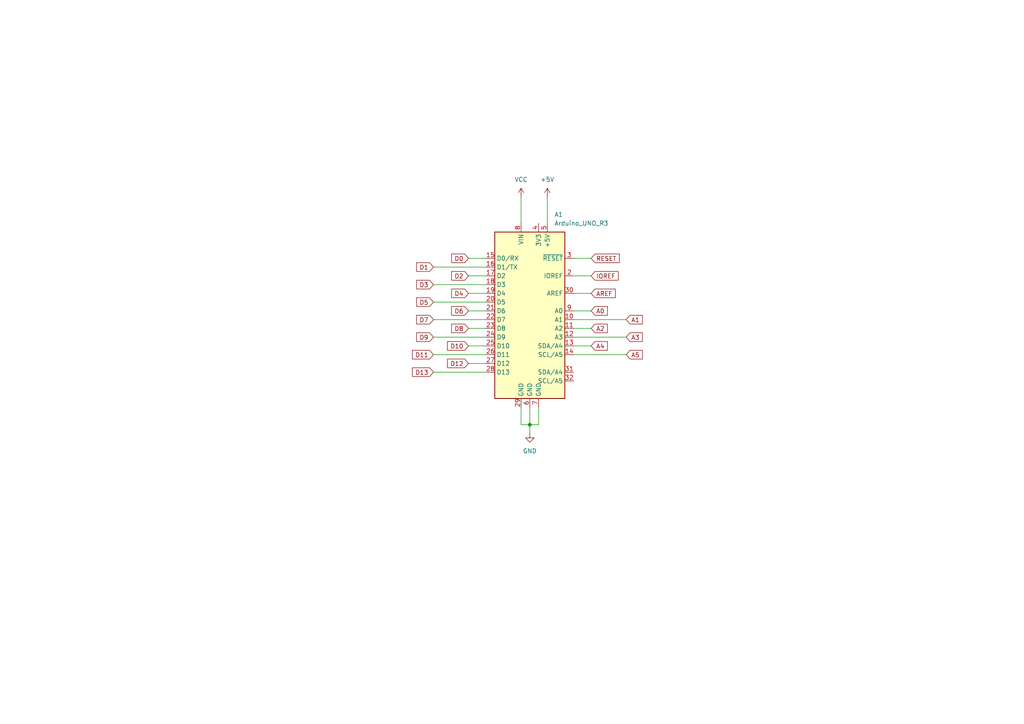
<source format=kicad_sch>
(kicad_sch (version 20211123) (generator eeschema)
  (paper "A4")
  (title_block (title "ardWaveformGenerator-AG") (date "2022-09-10") (rev "0.1"))
  (lib_symbols
    (symbol "MCU_Module:Arduino_UNO_R3"
      (property "Reference" "A" (at -10.16 23.495 0))
      (property "Value" "Arduino_UNO_R3" (at 5.08 -26.67 0))
      (symbol "Arduino_UNO_R3_0_1"
        (rectangle (start -10.16 22.86) (end 10.16 -25.4) (stroke (width 0.254)) (fill (type background)))
      )
      (symbol "Arduino_UNO_R3_1_1"
        (pin no_connect line (at -10.16 -20.32 0) (length 2.54) hide (name "NC") (number "1"))
        (pin bidirectional line (at 12.7 -2.54 180) (length 2.54) (name "A1") (number "10"))
        (pin bidirectional line (at 12.7 -5.08 180) (length 2.54) (name "A2") (number "11"))
        (pin bidirectional line (at 12.7 -7.62 180) (length 2.54) (name "A3") (number "12"))
        (pin bidirectional line (at 12.7 -10.16 180) (length 2.54) (name "SDA/A4") (number "13"))
        (pin bidirectional line (at 12.7 -12.7 180) (length 2.54) (name "SCL/A5") (number "14"))
        (pin bidirectional line (at -12.7 15.24 0) (length 2.54) (name "D0/RX") (number "15"))
        (pin bidirectional line (at -12.7 12.7 0) (length 2.54) (name "D1/TX") (number "16"))
        (pin bidirectional line (at -12.7 10.16 0) (length 2.54) (name "D2") (number "17"))
        (pin bidirectional line (at -12.7 7.62 0) (length 2.54) (name "D3") (number "18"))
        (pin bidirectional line (at -12.7 5.08 0) (length 2.54) (name "D4") (number "19"))
        (pin output line (at 12.7 10.16 180) (length 2.54) (name "IOREF") (number "2"))
        (pin bidirectional line (at -12.7 2.54 0) (length 2.54) (name "D5") (number "20"))
        (pin bidirectional line (at -12.7 0 0) (length 2.54) (name "D6") (number "21"))
        (pin bidirectional line (at -12.7 -2.54 0) (length 2.54) (name "D7") (number "22"))
        (pin bidirectional line (at -12.7 -5.08 0) (length 2.54) (name "D8") (number "23"))
        (pin bidirectional line (at -12.7 -7.62 0) (length 2.54) (name "D9") (number "24"))
        (pin bidirectional line (at -12.7 -10.16 0) (length 2.54) (name "D10") (number "25"))
        (pin bidirectional line (at -12.7 -12.7 0) (length 2.54) (name "D11") (number "26"))
        (pin bidirectional line (at -12.7 -15.24 0) (length 2.54) (name "D12") (number "27"))
        (pin bidirectional line (at -12.7 -17.78 0) (length 2.54) (name "D13") (number "28"))
        (pin power_in line (at -2.54 -27.94 90) (length 2.54) (name "GND") (number "29"))
        (pin input line (at 12.7 15.24 180) (length 2.54) (name "~{RESET}") (number "3"))
        (pin input line (at 12.7 5.08 180) (length 2.54) (name "AREF") (number "30"))
        (pin bidirectional line (at 12.7 -17.78 180) (length 2.54) (name "SDA/A4") (number "31"))
        (pin bidirectional line (at 12.7 -20.32 180) (length 2.54) (name "SCL/A5") (number "32"))
        (pin power_out line (at 2.54 25.4 270) (length 2.54) (name "3V3") (number "4"))
        (pin power_out line (at 5.08 25.4 270) (length 2.54) (name "+5V") (number "5"))
        (pin power_in line (at 0 -27.94 90) (length 2.54) (name "GND") (number "6"))
        (pin power_in line (at 2.54 -27.94 90) (length 2.54) (name "GND") (number "7"))
        (pin power_in line (at -2.54 25.4 270) (length 2.54) (name "VIN") (number "8"))
        (pin bidirectional line (at 12.7 0 180) (length 2.54) (name "A0") (number "9"))
      )
    )
    (symbol "power:+5V" (power) (pin_names (offset 0))
      (property "Value" "+5V" (at 0 3.556 0))
      (symbol "+5V_0_1"
        (polyline (pts (xy -0.762 1.27) (xy 0 2.54)))
        (polyline (pts (xy 0 0) (xy 0 2.54)))
        (polyline (pts (xy 0 2.54) (xy 0.762 1.27)))
      )
      (symbol "+5V_1_1"
        (pin power_in line (at 0 0 90) (length 0) hide (name "+5V") (number "1"))
      )
    )
    (symbol "power:GND" (power) (pin_names (offset 0))
      (property "Value" "GND" (at 0 -3.81 0))
      (symbol "GND_0_1"
        (polyline (pts (xy 0 0) (xy 0 -1.27) (xy 1.27 -1.27) (xy 0 -2.54) (xy -1.27 -1.27) (xy 0 -1.27)))
      )
      (symbol "GND_1_1"
        (pin power_in line (at 0 0 270) (length 0) hide (name "GND") (number "1"))
      )
    )
    (symbol "power:VCC" (power) (pin_names (offset 0))
      (property "Value" "VCC" (at 0 3.81 0))
      (symbol "VCC_0_1"
        (polyline (pts (xy -0.762 1.27) (xy 0 2.54)))
        (polyline (pts (xy 0 0) (xy 0 2.54)))
        (polyline (pts (xy 0 2.54) (xy 0.762 1.27)))
      )
      (symbol "VCC_1_1"
        (pin power_in line (at 0 0 90) (length 0) hide (name "VCC") (number "1"))
      )
    )
  )
  (junction (at 153.67 123.19))
  (wire (pts (xy 166.37 85.09) (xy 171.45 85.09)))
  (wire (pts (xy 125.73 87.63) (xy 140.97 87.63)))
  (wire (pts (xy 125.73 82.55) (xy 140.97 82.55)))
  (wire (pts (xy 135.89 90.17) (xy 140.97 90.17)))
  (wire (pts (xy 166.37 92.71) (xy 181.61 92.71)))
  (wire (pts (xy 135.89 95.25) (xy 140.97 95.25)))
  (wire (pts (xy 166.37 97.79) (xy 181.61 97.79)))
  (wire (pts (xy 166.37 74.93) (xy 171.45 74.93)))
  (wire (pts (xy 166.37 90.17) (xy 171.45 90.17)))
  (wire (pts (xy 153.67 123.19) (xy 151.13 123.19)))
  (wire (pts (xy 153.67 118.11) (xy 153.67 123.19)))
  (wire (pts (xy 125.73 102.87) (xy 140.97 102.87)))
  (wire (pts (xy 166.37 80.01) (xy 171.45 80.01)))
  (wire (pts (xy 151.13 118.11) (xy 151.13 123.19)))
  (wire (pts (xy 135.89 85.09) (xy 140.97 85.09)))
  (wire (pts (xy 153.67 123.19) (xy 156.21 123.19)))
  (wire (pts (xy 166.37 95.25) (xy 171.45 95.25)))
  (wire (pts (xy 153.67 125.73) (xy 153.67 123.19)))
  (wire (pts (xy 135.89 74.93) (xy 140.97 74.93)))
  (wire (pts (xy 135.89 80.01) (xy 140.97 80.01)))
  (wire (pts (xy 156.21 123.19) (xy 156.21 118.11)))
  (wire (pts (xy 125.73 77.47) (xy 140.97 77.47)))
  (wire (pts (xy 125.73 92.71) (xy 140.97 92.71)))
  (wire (pts (xy 135.89 100.33) (xy 140.97 100.33)))
  (wire (pts (xy 135.89 105.41) (xy 140.97 105.41)))
  (wire (pts (xy 166.37 100.33) (xy 171.45 100.33)))
  (wire (pts (xy 125.73 107.95) (xy 140.97 107.95)))
  (wire (pts (xy 151.13 57.15) (xy 151.13 64.77)))
  (wire (pts (xy 166.37 102.87) (xy 181.61 102.87)))
  (wire (pts (xy 125.73 97.79) (xy 140.97 97.79)))
  (wire (pts (xy 158.75 57.15) (xy 158.75 64.77)))
  (global_label "A0" (shape input) (at 171.45 90.17 0) (property "Intersheet References" "${INTERSHEET_REFS}" (effects hide)))
  (global_label "A3" (shape input) (at 181.61 97.79 0) (property "Intersheet References" "${INTERSHEET_REFS}" (effects hide)))
  (global_label "D12" (shape input) (at 135.89 105.41 180) (property "Intersheet References" "${INTERSHEET_REFS}" (effects hide)))
  (global_label "A5" (shape input) (at 181.61 102.87 0) (property "Intersheet References" "${INTERSHEET_REFS}" (effects hide)))
  (global_label "D3" (shape input) (at 125.73 82.55 180) (property "Intersheet References" "${INTERSHEET_REFS}" (effects hide)))
  (global_label "D5" (shape input) (at 125.73 87.63 180) (property "Intersheet References" "${INTERSHEET_REFS}" (effects hide)))
  (global_label "D0" (shape input) (at 135.89 74.93 180) (property "Intersheet References" "${INTERSHEET_REFS}" (effects hide)))
  (global_label "D10" (shape input) (at 135.89 100.33 180) (property "Intersheet References" "${INTERSHEET_REFS}" (effects hide)))
  (global_label "A2" (shape input) (at 171.45 95.25 0) (property "Intersheet References" "${INTERSHEET_REFS}" (effects hide)))
  (global_label "D13" (shape input) (at 125.73 107.95 180) (property "Intersheet References" "${INTERSHEET_REFS}" (effects hide)))
  (global_label "D11" (shape input) (at 125.73 102.87 180) (property "Intersheet References" "${INTERSHEET_REFS}" (effects hide)))
  (global_label "D7" (shape input) (at 125.73 92.71 180) (property "Intersheet References" "${INTERSHEET_REFS}" (effects hide)))
  (global_label "D1" (shape input) (at 125.73 77.47 180) (property "Intersheet References" "${INTERSHEET_REFS}" (effects hide)))
  (global_label "A1" (shape input) (at 181.61 92.71 0) (property "Intersheet References" "${INTERSHEET_REFS}" (effects hide)))
  (global_label "D4" (shape input) (at 135.89 85.09 180) (property "Intersheet References" "${INTERSHEET_REFS}" (effects hide)))
  (global_label "A4" (shape input) (at 171.45 100.33 0) (property "Intersheet References" "${INTERSHEET_REFS}" (effects hide)))
  (global_label "D9" (shape input) (at 125.73 97.79 180) (property "Intersheet References" "${INTERSHEET_REFS}" (effects hide)))
  (global_label "IOREF" (shape input) (at 171.45 80.01 0) (property "Intersheet References" "${INTERSHEET_REFS}" (effects hide)))
  (global_label "D2" (shape input) (at 135.89 80.01 180) (property "Intersheet References" "${INTERSHEET_REFS}" (effects hide)))
  (global_label "RESET" (shape input) (at 171.45 74.93 0) (property "Intersheet References" "${INTERSHEET_REFS}" (effects hide)))
  (global_label "AREF" (shape input) (at 171.45 85.09 0) (property "Intersheet References" "${INTERSHEET_REFS}" (effects hide)))
  (global_label "D6" (shape input) (at 135.89 90.17 180) (property "Intersheet References" "${INTERSHEET_REFS}" (effects hide)))
  (global_label "D8" (shape input) (at 135.89 95.25 180) (property "Intersheet References" "${INTERSHEET_REFS}" (effects hide)))
  (symbol (lib_id "power:VCC") (at 151.13 57.15 0) (unit 1)
    (property "Reference" "#PWR015" (effects hide))
    (property "Value" "VCC" (at 151.13 52.07 0))
  )
  (symbol (lib_id "MCU_Module:Arduino_UNO_R3") (at 153.67 90.17 0) (unit 1)
    (property "Reference" "A1" (at 160.7694 62.23 0) (effects (justify left)))
    (property "Value" "Arduino_UNO_R3" (at 160.7694 64.77 0) (effects (justify left)))
    (property "Footprint" "My_Arduino:Arduino_UNO_R3_shield_large" (effects hide))
    (property "Datasheet" "https://www.arduino.cc/en/Main/arduinoBoardUno" (effects hide))
  )
  (symbol (lib_id "power:GND") (at 153.67 125.73 0) (unit 1)
    (property "Reference" "#PWR016" (effects hide))
    (property "Value" "GND" (at 153.67 130.81 0))
  )
  (symbol (lib_id "power:+5V") (at 158.75 57.15 0) (unit 1)
    (property "Reference" "#PWR017" (effects hide))
    (property "Value" "+5V" (at 158.75 52.07 0))
  )
)
</source>
